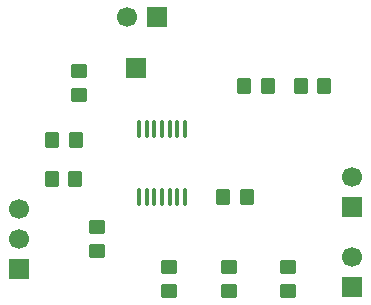
<source format=gbr>
%TF.GenerationSoftware,KiCad,Pcbnew,9.0.3*%
%TF.CreationDate,2025-09-11T10:37:05-04:00*%
%TF.ProjectId,lmv324_breakout,6c6d7633-3234-45f6-9272-65616b6f7574,rev?*%
%TF.SameCoordinates,Original*%
%TF.FileFunction,Soldermask,Top*%
%TF.FilePolarity,Negative*%
%FSLAX46Y46*%
G04 Gerber Fmt 4.6, Leading zero omitted, Abs format (unit mm)*
G04 Created by KiCad (PCBNEW 9.0.3) date 2025-09-11 10:37:05*
%MOMM*%
%LPD*%
G01*
G04 APERTURE LIST*
G04 Aperture macros list*
%AMRoundRect*
0 Rectangle with rounded corners*
0 $1 Rounding radius*
0 $2 $3 $4 $5 $6 $7 $8 $9 X,Y pos of 4 corners*
0 Add a 4 corners polygon primitive as box body*
4,1,4,$2,$3,$4,$5,$6,$7,$8,$9,$2,$3,0*
0 Add four circle primitives for the rounded corners*
1,1,$1+$1,$2,$3*
1,1,$1+$1,$4,$5*
1,1,$1+$1,$6,$7*
1,1,$1+$1,$8,$9*
0 Add four rect primitives between the rounded corners*
20,1,$1+$1,$2,$3,$4,$5,0*
20,1,$1+$1,$4,$5,$6,$7,0*
20,1,$1+$1,$6,$7,$8,$9,0*
20,1,$1+$1,$8,$9,$2,$3,0*%
G04 Aperture macros list end*
%ADD10R,1.700000X1.700000*%
%ADD11C,1.700000*%
%ADD12RoundRect,0.100000X-0.100000X0.637500X-0.100000X-0.637500X0.100000X-0.637500X0.100000X0.637500X0*%
%ADD13RoundRect,0.250000X0.350000X0.450000X-0.350000X0.450000X-0.350000X-0.450000X0.350000X-0.450000X0*%
%ADD14RoundRect,0.250000X-0.350000X-0.450000X0.350000X-0.450000X0.350000X0.450000X-0.350000X0.450000X0*%
%ADD15RoundRect,0.250000X-0.450000X0.350000X-0.450000X-0.350000X0.450000X-0.350000X0.450000X0.350000X0*%
%ADD16RoundRect,0.250000X0.450000X-0.350000X0.450000X0.350000X-0.450000X0.350000X-0.450000X-0.350000X0*%
G04 APERTURE END LIST*
D10*
%TO.C,J6*%
X92964000Y-88392000D03*
D11*
X92964000Y-85852000D03*
X92964000Y-83312000D03*
%TD*%
D10*
%TO.C,J1*%
X121158000Y-83173341D03*
D11*
X121158000Y-80633341D03*
%TD*%
D12*
%TO.C,U1*%
X107024000Y-76571000D03*
X106374000Y-76571000D03*
X105724000Y-76571000D03*
X105074000Y-76571000D03*
X104424000Y-76571000D03*
X103774000Y-76571000D03*
X103124000Y-76571000D03*
X103124000Y-82296000D03*
X103774000Y-82296000D03*
X104424000Y-82296000D03*
X105074000Y-82296000D03*
X105724000Y-82296000D03*
X106374000Y-82296000D03*
X107024000Y-82296000D03*
%TD*%
D13*
%TO.C,R10*%
X97758000Y-80772000D03*
X95758000Y-80772000D03*
%TD*%
D10*
%TO.C,J4*%
X104648000Y-67056000D03*
D11*
X102108000Y-67056000D03*
%TD*%
D14*
%TO.C,R7*%
X116840000Y-72898000D03*
X118840000Y-72898000D03*
%TD*%
D10*
%TO.C,J2*%
X121158000Y-89916000D03*
D11*
X121158000Y-87376000D03*
%TD*%
D13*
%TO.C,R8*%
X97790000Y-77470000D03*
X95790000Y-77470000D03*
%TD*%
D15*
%TO.C,R6*%
X98044000Y-71644000D03*
X98044000Y-73644000D03*
%TD*%
D13*
%TO.C,R4*%
X112252000Y-82296000D03*
X110252000Y-82296000D03*
%TD*%
D16*
%TO.C,R2*%
X110714000Y-90227000D03*
X110714000Y-88227000D03*
%TD*%
D10*
%TO.C,J5*%
X102870000Y-71374000D03*
%TD*%
D16*
%TO.C,R3*%
X115714000Y-90227000D03*
X115714000Y-88227000D03*
%TD*%
D15*
%TO.C,R9*%
X99568000Y-84852000D03*
X99568000Y-86852000D03*
%TD*%
D13*
%TO.C,R5*%
X114046000Y-72898000D03*
X112046000Y-72898000D03*
%TD*%
D16*
%TO.C,R1*%
X105714000Y-90227000D03*
X105714000Y-88227000D03*
%TD*%
M02*

</source>
